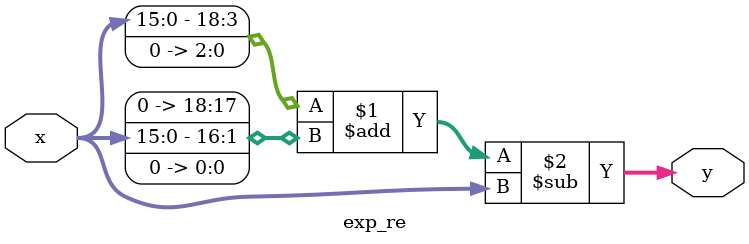
<source format=v>
module exp_re(x,y);
parameter l = 16;
parameter v1 = 3;
parameter v2 = 1;

input [l-1:0] x;
output [l+v1-1:0] y;

assign y = {x,{v1{1'b0}}} + {x,{v2{1'b0}}} - x;


endmodule
</source>
